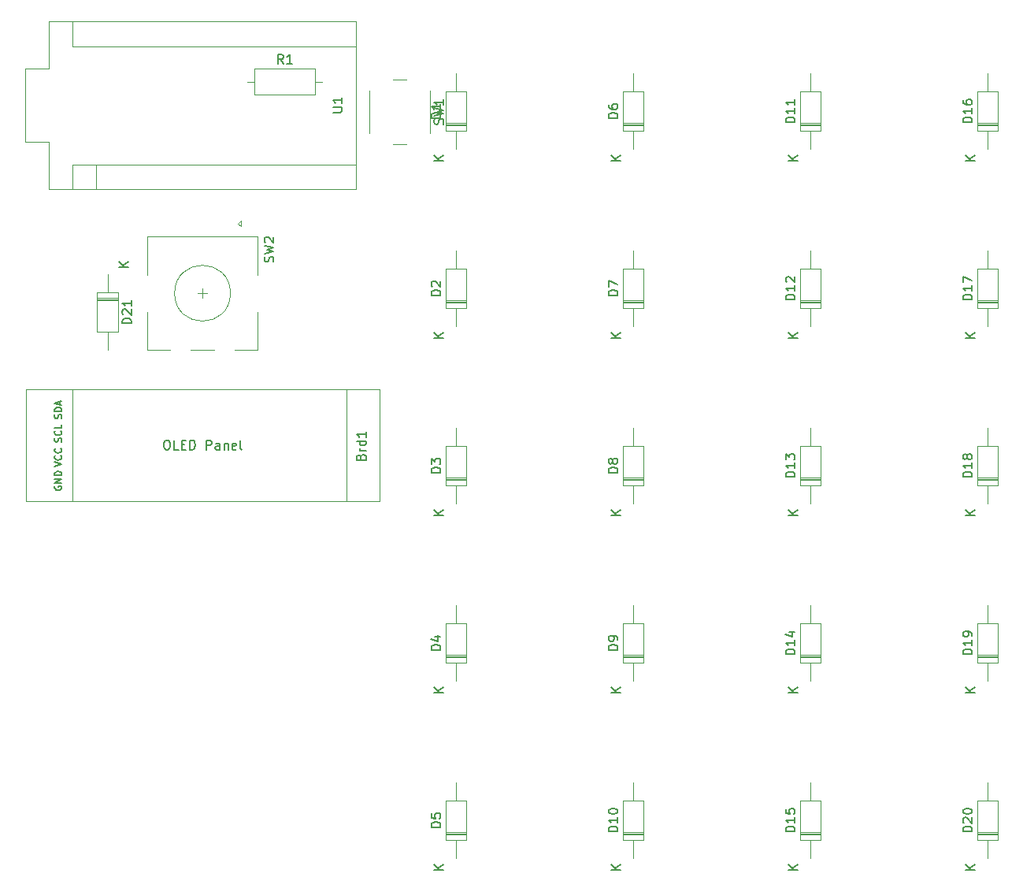
<source format=gto>
G04 #@! TF.GenerationSoftware,KiCad,Pcbnew,(5.1.10)-1*
G04 #@! TF.CreationDate,2021-09-14T19:33:10+02:00*
G04 #@! TF.ProjectId,SheepyPad,53686565-7079-4506-9164-2e6b69636164,rev?*
G04 #@! TF.SameCoordinates,Original*
G04 #@! TF.FileFunction,Legend,Top*
G04 #@! TF.FilePolarity,Positive*
%FSLAX46Y46*%
G04 Gerber Fmt 4.6, Leading zero omitted, Abs format (unit mm)*
G04 Created by KiCad (PCBNEW (5.1.10)-1) date 2021-09-14 19:33:10*
%MOMM*%
%LPD*%
G01*
G04 APERTURE LIST*
%ADD10C,0.120000*%
%ADD11C,0.040000*%
%ADD12C,0.150000*%
%ADD13O,1.600000X1.600000*%
%ADD14R,1.600000X1.600000*%
%ADD15O,1.700000X1.700000*%
%ADD16R,1.700000X1.700000*%
%ADD17C,2.000000*%
%ADD18C,1.600000*%
%ADD19C,3.987800*%
%ADD20C,1.750000*%
%ADD21R,2.000000X2.000000*%
%ADD22R,2.000000X3.200000*%
G04 APERTURE END LIST*
D10*
X60325000Y-50673000D02*
X60325000Y-58547000D01*
X60325000Y-58547000D02*
X62865000Y-58547000D01*
X62865000Y-58547000D02*
X62865000Y-63627000D01*
X60325000Y-50673000D02*
X62865000Y-50673000D01*
X95885000Y-63627000D02*
X95885000Y-48260000D01*
X62865000Y-63627000D02*
X95885000Y-63630000D01*
X62865000Y-45593000D02*
X62865000Y-50673000D01*
X65405000Y-48260000D02*
X65405000Y-45590000D01*
X93345000Y-48260000D02*
X65405000Y-48260000D01*
X65405000Y-60960000D02*
X65405000Y-63630000D01*
X67945000Y-60960000D02*
X67945000Y-63630000D01*
X95885000Y-60960000D02*
X65405000Y-60960000D01*
X95885000Y-60960000D02*
X95885000Y-63630000D01*
X95885000Y-45593000D02*
X62865000Y-45593000D01*
X95885000Y-48260000D02*
X95885000Y-45593000D01*
X93345000Y-48260000D02*
X95885000Y-48260000D01*
D11*
X60425000Y-85155000D02*
X60425000Y-97155000D01*
X98425000Y-85155000D02*
X60425000Y-85155000D01*
X98425000Y-97155000D02*
X98425000Y-85155000D01*
X60425000Y-97155000D02*
X98425000Y-97155000D01*
X65425000Y-97155000D02*
X65425000Y-85155000D01*
X94925000Y-97155000D02*
X94925000Y-85155000D01*
D10*
X99870000Y-58820000D02*
X101370000Y-58820000D01*
X103870000Y-57570000D02*
X103870000Y-53070000D01*
X101370000Y-51820000D02*
X99870000Y-51820000D01*
X97370000Y-53070000D02*
X97370000Y-57570000D01*
X92305000Y-52070000D02*
X91535000Y-52070000D01*
X84225000Y-52070000D02*
X84995000Y-52070000D01*
X91535000Y-50700000D02*
X84995000Y-50700000D01*
X91535000Y-53440000D02*
X91535000Y-50700000D01*
X84995000Y-53440000D02*
X91535000Y-53440000D01*
X84995000Y-50700000D02*
X84995000Y-53440000D01*
X70335000Y-75315000D02*
X68095000Y-75315000D01*
X70335000Y-75555000D02*
X68095000Y-75555000D01*
X70335000Y-75435000D02*
X68095000Y-75435000D01*
X69215000Y-80875000D02*
X69215000Y-78955000D01*
X69215000Y-72795000D02*
X69215000Y-74715000D01*
X70335000Y-78955000D02*
X70335000Y-74715000D01*
X68095000Y-78955000D02*
X70335000Y-78955000D01*
X68095000Y-74715000D02*
X68095000Y-78955000D01*
X70335000Y-74715000D02*
X68095000Y-74715000D01*
X143660000Y-75815000D02*
X145900000Y-75815000D01*
X143660000Y-75575000D02*
X145900000Y-75575000D01*
X143660000Y-75695000D02*
X145900000Y-75695000D01*
X144780000Y-70255000D02*
X144780000Y-72175000D01*
X144780000Y-78335000D02*
X144780000Y-76415000D01*
X143660000Y-72175000D02*
X143660000Y-76415000D01*
X145900000Y-72175000D02*
X143660000Y-72175000D01*
X145900000Y-76415000D02*
X145900000Y-72175000D01*
X143660000Y-76415000D02*
X145900000Y-76415000D01*
X82415000Y-74810000D02*
G75*
G03*
X82415000Y-74810000I-3000000J0D01*
G01*
X85315000Y-76810000D02*
X85315000Y-80910000D01*
X73515000Y-80910000D02*
X73515000Y-76810000D01*
X73515000Y-72810000D02*
X73515000Y-68710000D01*
X85315000Y-72810000D02*
X85315000Y-68710000D01*
X85315000Y-68710000D02*
X73515000Y-68710000D01*
X83215000Y-67310000D02*
X83515000Y-67010000D01*
X83515000Y-67010000D02*
X83515000Y-67610000D01*
X83515000Y-67610000D02*
X83215000Y-67310000D01*
X85315000Y-80910000D02*
X82915000Y-80910000D01*
X80715000Y-80910000D02*
X78115000Y-80910000D01*
X75915000Y-80910000D02*
X73515000Y-80910000D01*
X79915000Y-74810000D02*
X78915000Y-74810000D01*
X79415000Y-74310000D02*
X79415000Y-75310000D01*
X162710000Y-132965000D02*
X164950000Y-132965000D01*
X162710000Y-132725000D02*
X164950000Y-132725000D01*
X162710000Y-132845000D02*
X164950000Y-132845000D01*
X163830000Y-127405000D02*
X163830000Y-129325000D01*
X163830000Y-135485000D02*
X163830000Y-133565000D01*
X162710000Y-129325000D02*
X162710000Y-133565000D01*
X164950000Y-129325000D02*
X162710000Y-129325000D01*
X164950000Y-133565000D02*
X164950000Y-129325000D01*
X162710000Y-133565000D02*
X164950000Y-133565000D01*
X162710000Y-113915000D02*
X164950000Y-113915000D01*
X162710000Y-113675000D02*
X164950000Y-113675000D01*
X162710000Y-113795000D02*
X164950000Y-113795000D01*
X163830000Y-108355000D02*
X163830000Y-110275000D01*
X163830000Y-116435000D02*
X163830000Y-114515000D01*
X162710000Y-110275000D02*
X162710000Y-114515000D01*
X164950000Y-110275000D02*
X162710000Y-110275000D01*
X164950000Y-114515000D02*
X164950000Y-110275000D01*
X162710000Y-114515000D02*
X164950000Y-114515000D01*
X162710000Y-94865000D02*
X164950000Y-94865000D01*
X162710000Y-94625000D02*
X164950000Y-94625000D01*
X162710000Y-94745000D02*
X164950000Y-94745000D01*
X163830000Y-89305000D02*
X163830000Y-91225000D01*
X163830000Y-97385000D02*
X163830000Y-95465000D01*
X162710000Y-91225000D02*
X162710000Y-95465000D01*
X164950000Y-91225000D02*
X162710000Y-91225000D01*
X164950000Y-95465000D02*
X164950000Y-91225000D01*
X162710000Y-95465000D02*
X164950000Y-95465000D01*
X162710000Y-75815000D02*
X164950000Y-75815000D01*
X162710000Y-75575000D02*
X164950000Y-75575000D01*
X162710000Y-75695000D02*
X164950000Y-75695000D01*
X163830000Y-70255000D02*
X163830000Y-72175000D01*
X163830000Y-78335000D02*
X163830000Y-76415000D01*
X162710000Y-72175000D02*
X162710000Y-76415000D01*
X164950000Y-72175000D02*
X162710000Y-72175000D01*
X164950000Y-76415000D02*
X164950000Y-72175000D01*
X162710000Y-76415000D02*
X164950000Y-76415000D01*
X162710000Y-56765000D02*
X164950000Y-56765000D01*
X162710000Y-56525000D02*
X164950000Y-56525000D01*
X162710000Y-56645000D02*
X164950000Y-56645000D01*
X163830000Y-51205000D02*
X163830000Y-53125000D01*
X163830000Y-59285000D02*
X163830000Y-57365000D01*
X162710000Y-53125000D02*
X162710000Y-57365000D01*
X164950000Y-53125000D02*
X162710000Y-53125000D01*
X164950000Y-57365000D02*
X164950000Y-53125000D01*
X162710000Y-57365000D02*
X164950000Y-57365000D01*
X143660000Y-132965000D02*
X145900000Y-132965000D01*
X143660000Y-132725000D02*
X145900000Y-132725000D01*
X143660000Y-132845000D02*
X145900000Y-132845000D01*
X144780000Y-127405000D02*
X144780000Y-129325000D01*
X144780000Y-135485000D02*
X144780000Y-133565000D01*
X143660000Y-129325000D02*
X143660000Y-133565000D01*
X145900000Y-129325000D02*
X143660000Y-129325000D01*
X145900000Y-133565000D02*
X145900000Y-129325000D01*
X143660000Y-133565000D02*
X145900000Y-133565000D01*
X143660000Y-113915000D02*
X145900000Y-113915000D01*
X143660000Y-113675000D02*
X145900000Y-113675000D01*
X143660000Y-113795000D02*
X145900000Y-113795000D01*
X144780000Y-108355000D02*
X144780000Y-110275000D01*
X144780000Y-116435000D02*
X144780000Y-114515000D01*
X143660000Y-110275000D02*
X143660000Y-114515000D01*
X145900000Y-110275000D02*
X143660000Y-110275000D01*
X145900000Y-114515000D02*
X145900000Y-110275000D01*
X143660000Y-114515000D02*
X145900000Y-114515000D01*
X143660000Y-94865000D02*
X145900000Y-94865000D01*
X143660000Y-94625000D02*
X145900000Y-94625000D01*
X143660000Y-94745000D02*
X145900000Y-94745000D01*
X144780000Y-89305000D02*
X144780000Y-91225000D01*
X144780000Y-97385000D02*
X144780000Y-95465000D01*
X143660000Y-91225000D02*
X143660000Y-95465000D01*
X145900000Y-91225000D02*
X143660000Y-91225000D01*
X145900000Y-95465000D02*
X145900000Y-91225000D01*
X143660000Y-95465000D02*
X145900000Y-95465000D01*
X143660000Y-56765000D02*
X145900000Y-56765000D01*
X143660000Y-56525000D02*
X145900000Y-56525000D01*
X143660000Y-56645000D02*
X145900000Y-56645000D01*
X144780000Y-51205000D02*
X144780000Y-53125000D01*
X144780000Y-59285000D02*
X144780000Y-57365000D01*
X143660000Y-53125000D02*
X143660000Y-57365000D01*
X145900000Y-53125000D02*
X143660000Y-53125000D01*
X145900000Y-57365000D02*
X145900000Y-53125000D01*
X143660000Y-57365000D02*
X145900000Y-57365000D01*
X124610000Y-132965000D02*
X126850000Y-132965000D01*
X124610000Y-132725000D02*
X126850000Y-132725000D01*
X124610000Y-132845000D02*
X126850000Y-132845000D01*
X125730000Y-127405000D02*
X125730000Y-129325000D01*
X125730000Y-135485000D02*
X125730000Y-133565000D01*
X124610000Y-129325000D02*
X124610000Y-133565000D01*
X126850000Y-129325000D02*
X124610000Y-129325000D01*
X126850000Y-133565000D02*
X126850000Y-129325000D01*
X124610000Y-133565000D02*
X126850000Y-133565000D01*
X124610000Y-113915000D02*
X126850000Y-113915000D01*
X124610000Y-113675000D02*
X126850000Y-113675000D01*
X124610000Y-113795000D02*
X126850000Y-113795000D01*
X125730000Y-108355000D02*
X125730000Y-110275000D01*
X125730000Y-116435000D02*
X125730000Y-114515000D01*
X124610000Y-110275000D02*
X124610000Y-114515000D01*
X126850000Y-110275000D02*
X124610000Y-110275000D01*
X126850000Y-114515000D02*
X126850000Y-110275000D01*
X124610000Y-114515000D02*
X126850000Y-114515000D01*
X124610000Y-94865000D02*
X126850000Y-94865000D01*
X124610000Y-94625000D02*
X126850000Y-94625000D01*
X124610000Y-94745000D02*
X126850000Y-94745000D01*
X125730000Y-89305000D02*
X125730000Y-91225000D01*
X125730000Y-97385000D02*
X125730000Y-95465000D01*
X124610000Y-91225000D02*
X124610000Y-95465000D01*
X126850000Y-91225000D02*
X124610000Y-91225000D01*
X126850000Y-95465000D02*
X126850000Y-91225000D01*
X124610000Y-95465000D02*
X126850000Y-95465000D01*
X124610000Y-75815000D02*
X126850000Y-75815000D01*
X124610000Y-75575000D02*
X126850000Y-75575000D01*
X124610000Y-75695000D02*
X126850000Y-75695000D01*
X125730000Y-70255000D02*
X125730000Y-72175000D01*
X125730000Y-78335000D02*
X125730000Y-76415000D01*
X124610000Y-72175000D02*
X124610000Y-76415000D01*
X126850000Y-72175000D02*
X124610000Y-72175000D01*
X126850000Y-76415000D02*
X126850000Y-72175000D01*
X124610000Y-76415000D02*
X126850000Y-76415000D01*
X124610000Y-56765000D02*
X126850000Y-56765000D01*
X124610000Y-56525000D02*
X126850000Y-56525000D01*
X124610000Y-56645000D02*
X126850000Y-56645000D01*
X125730000Y-51205000D02*
X125730000Y-53125000D01*
X125730000Y-59285000D02*
X125730000Y-57365000D01*
X124610000Y-53125000D02*
X124610000Y-57365000D01*
X126850000Y-53125000D02*
X124610000Y-53125000D01*
X126850000Y-57365000D02*
X126850000Y-53125000D01*
X124610000Y-57365000D02*
X126850000Y-57365000D01*
X105560000Y-132965000D02*
X107800000Y-132965000D01*
X105560000Y-132725000D02*
X107800000Y-132725000D01*
X105560000Y-132845000D02*
X107800000Y-132845000D01*
X106680000Y-127405000D02*
X106680000Y-129325000D01*
X106680000Y-135485000D02*
X106680000Y-133565000D01*
X105560000Y-129325000D02*
X105560000Y-133565000D01*
X107800000Y-129325000D02*
X105560000Y-129325000D01*
X107800000Y-133565000D02*
X107800000Y-129325000D01*
X105560000Y-133565000D02*
X107800000Y-133565000D01*
X105560000Y-113915000D02*
X107800000Y-113915000D01*
X105560000Y-113675000D02*
X107800000Y-113675000D01*
X105560000Y-113795000D02*
X107800000Y-113795000D01*
X106680000Y-108355000D02*
X106680000Y-110275000D01*
X106680000Y-116435000D02*
X106680000Y-114515000D01*
X105560000Y-110275000D02*
X105560000Y-114515000D01*
X107800000Y-110275000D02*
X105560000Y-110275000D01*
X107800000Y-114515000D02*
X107800000Y-110275000D01*
X105560000Y-114515000D02*
X107800000Y-114515000D01*
X105560000Y-94865000D02*
X107800000Y-94865000D01*
X105560000Y-94625000D02*
X107800000Y-94625000D01*
X105560000Y-94745000D02*
X107800000Y-94745000D01*
X106680000Y-89305000D02*
X106680000Y-91225000D01*
X106680000Y-97385000D02*
X106680000Y-95465000D01*
X105560000Y-91225000D02*
X105560000Y-95465000D01*
X107800000Y-91225000D02*
X105560000Y-91225000D01*
X107800000Y-95465000D02*
X107800000Y-91225000D01*
X105560000Y-95465000D02*
X107800000Y-95465000D01*
X105560000Y-75815000D02*
X107800000Y-75815000D01*
X105560000Y-75575000D02*
X107800000Y-75575000D01*
X105560000Y-75695000D02*
X107800000Y-75695000D01*
X106680000Y-70255000D02*
X106680000Y-72175000D01*
X106680000Y-78335000D02*
X106680000Y-76415000D01*
X105560000Y-72175000D02*
X105560000Y-76415000D01*
X107800000Y-72175000D02*
X105560000Y-72175000D01*
X107800000Y-76415000D02*
X107800000Y-72175000D01*
X105560000Y-76415000D02*
X107800000Y-76415000D01*
X105560000Y-56765000D02*
X107800000Y-56765000D01*
X105560000Y-56525000D02*
X107800000Y-56525000D01*
X105560000Y-56645000D02*
X107800000Y-56645000D01*
X106680000Y-51205000D02*
X106680000Y-53125000D01*
X106680000Y-59285000D02*
X106680000Y-57365000D01*
X105560000Y-53125000D02*
X105560000Y-57365000D01*
X107800000Y-53125000D02*
X105560000Y-53125000D01*
X107800000Y-57365000D02*
X107800000Y-53125000D01*
X105560000Y-57365000D02*
X107800000Y-57365000D01*
D12*
X93432380Y-55371904D02*
X94241904Y-55371904D01*
X94337142Y-55324285D01*
X94384761Y-55276666D01*
X94432380Y-55181428D01*
X94432380Y-54990952D01*
X94384761Y-54895714D01*
X94337142Y-54848095D01*
X94241904Y-54800476D01*
X93432380Y-54800476D01*
X94432380Y-53800476D02*
X94432380Y-54371904D01*
X94432380Y-54086190D02*
X93432380Y-54086190D01*
X93575238Y-54181428D01*
X93670476Y-54276666D01*
X93718095Y-54371904D01*
X96453571Y-92411666D02*
X96501190Y-92268809D01*
X96548809Y-92221190D01*
X96644047Y-92173571D01*
X96786904Y-92173571D01*
X96882142Y-92221190D01*
X96929761Y-92268809D01*
X96977380Y-92364047D01*
X96977380Y-92745000D01*
X95977380Y-92745000D01*
X95977380Y-92411666D01*
X96025000Y-92316428D01*
X96072619Y-92268809D01*
X96167857Y-92221190D01*
X96263095Y-92221190D01*
X96358333Y-92268809D01*
X96405952Y-92316428D01*
X96453571Y-92411666D01*
X96453571Y-92745000D01*
X96977380Y-91745000D02*
X96310714Y-91745000D01*
X96501190Y-91745000D02*
X96405952Y-91697380D01*
X96358333Y-91649761D01*
X96310714Y-91554523D01*
X96310714Y-91459285D01*
X96977380Y-90697380D02*
X95977380Y-90697380D01*
X96929761Y-90697380D02*
X96977380Y-90792619D01*
X96977380Y-90983095D01*
X96929761Y-91078333D01*
X96882142Y-91125952D01*
X96786904Y-91173571D01*
X96501190Y-91173571D01*
X96405952Y-91125952D01*
X96358333Y-91078333D01*
X96310714Y-90983095D01*
X96310714Y-90792619D01*
X96358333Y-90697380D01*
X96977380Y-89697380D02*
X96977380Y-90268809D01*
X96977380Y-89983095D02*
X95977380Y-89983095D01*
X96120238Y-90078333D01*
X96215476Y-90173571D01*
X96263095Y-90268809D01*
X64228571Y-88255714D02*
X64264285Y-88148571D01*
X64264285Y-87970000D01*
X64228571Y-87898571D01*
X64192857Y-87862857D01*
X64121428Y-87827142D01*
X64050000Y-87827142D01*
X63978571Y-87862857D01*
X63942857Y-87898571D01*
X63907142Y-87970000D01*
X63871428Y-88112857D01*
X63835714Y-88184285D01*
X63800000Y-88220000D01*
X63728571Y-88255714D01*
X63657142Y-88255714D01*
X63585714Y-88220000D01*
X63550000Y-88184285D01*
X63514285Y-88112857D01*
X63514285Y-87934285D01*
X63550000Y-87827142D01*
X64264285Y-87505714D02*
X63514285Y-87505714D01*
X63514285Y-87327142D01*
X63550000Y-87220000D01*
X63621428Y-87148571D01*
X63692857Y-87112857D01*
X63835714Y-87077142D01*
X63942857Y-87077142D01*
X64085714Y-87112857D01*
X64157142Y-87148571D01*
X64228571Y-87220000D01*
X64264285Y-87327142D01*
X64264285Y-87505714D01*
X64050000Y-86791428D02*
X64050000Y-86434285D01*
X64264285Y-86862857D02*
X63514285Y-86612857D01*
X64264285Y-86362857D01*
X64228571Y-90777857D02*
X64264285Y-90670714D01*
X64264285Y-90492142D01*
X64228571Y-90420714D01*
X64192857Y-90385000D01*
X64121428Y-90349285D01*
X64050000Y-90349285D01*
X63978571Y-90385000D01*
X63942857Y-90420714D01*
X63907142Y-90492142D01*
X63871428Y-90635000D01*
X63835714Y-90706428D01*
X63800000Y-90742142D01*
X63728571Y-90777857D01*
X63657142Y-90777857D01*
X63585714Y-90742142D01*
X63550000Y-90706428D01*
X63514285Y-90635000D01*
X63514285Y-90456428D01*
X63550000Y-90349285D01*
X64192857Y-89599285D02*
X64228571Y-89635000D01*
X64264285Y-89742142D01*
X64264285Y-89813571D01*
X64228571Y-89920714D01*
X64157142Y-89992142D01*
X64085714Y-90027857D01*
X63942857Y-90063571D01*
X63835714Y-90063571D01*
X63692857Y-90027857D01*
X63621428Y-89992142D01*
X63550000Y-89920714D01*
X63514285Y-89813571D01*
X63514285Y-89742142D01*
X63550000Y-89635000D01*
X63585714Y-89599285D01*
X64264285Y-88920714D02*
X64264285Y-89277857D01*
X63514285Y-89277857D01*
X63514285Y-93425000D02*
X64264285Y-93175000D01*
X63514285Y-92925000D01*
X64192857Y-92246428D02*
X64228571Y-92282142D01*
X64264285Y-92389285D01*
X64264285Y-92460714D01*
X64228571Y-92567857D01*
X64157142Y-92639285D01*
X64085714Y-92675000D01*
X63942857Y-92710714D01*
X63835714Y-92710714D01*
X63692857Y-92675000D01*
X63621428Y-92639285D01*
X63550000Y-92567857D01*
X63514285Y-92460714D01*
X63514285Y-92389285D01*
X63550000Y-92282142D01*
X63585714Y-92246428D01*
X64192857Y-91496428D02*
X64228571Y-91532142D01*
X64264285Y-91639285D01*
X64264285Y-91710714D01*
X64228571Y-91817857D01*
X64157142Y-91889285D01*
X64085714Y-91925000D01*
X63942857Y-91960714D01*
X63835714Y-91960714D01*
X63692857Y-91925000D01*
X63621428Y-91889285D01*
X63550000Y-91817857D01*
X63514285Y-91710714D01*
X63514285Y-91639285D01*
X63550000Y-91532142D01*
X63585714Y-91496428D01*
X63550000Y-95536428D02*
X63514285Y-95607857D01*
X63514285Y-95715000D01*
X63550000Y-95822142D01*
X63621428Y-95893571D01*
X63692857Y-95929285D01*
X63835714Y-95965000D01*
X63942857Y-95965000D01*
X64085714Y-95929285D01*
X64157142Y-95893571D01*
X64228571Y-95822142D01*
X64264285Y-95715000D01*
X64264285Y-95643571D01*
X64228571Y-95536428D01*
X64192857Y-95500714D01*
X63942857Y-95500714D01*
X63942857Y-95643571D01*
X64264285Y-95179285D02*
X63514285Y-95179285D01*
X64264285Y-94750714D01*
X63514285Y-94750714D01*
X64264285Y-94393571D02*
X63514285Y-94393571D01*
X63514285Y-94215000D01*
X63550000Y-94107857D01*
X63621428Y-94036428D01*
X63692857Y-94000714D01*
X63835714Y-93965000D01*
X63942857Y-93965000D01*
X64085714Y-94000714D01*
X64157142Y-94036428D01*
X64228571Y-94107857D01*
X64264285Y-94215000D01*
X64264285Y-94393571D01*
X75496428Y-90607380D02*
X75686904Y-90607380D01*
X75782142Y-90655000D01*
X75877380Y-90750238D01*
X75925000Y-90940714D01*
X75925000Y-91274047D01*
X75877380Y-91464523D01*
X75782142Y-91559761D01*
X75686904Y-91607380D01*
X75496428Y-91607380D01*
X75401190Y-91559761D01*
X75305952Y-91464523D01*
X75258333Y-91274047D01*
X75258333Y-90940714D01*
X75305952Y-90750238D01*
X75401190Y-90655000D01*
X75496428Y-90607380D01*
X76829761Y-91607380D02*
X76353571Y-91607380D01*
X76353571Y-90607380D01*
X77163095Y-91083571D02*
X77496428Y-91083571D01*
X77639285Y-91607380D02*
X77163095Y-91607380D01*
X77163095Y-90607380D01*
X77639285Y-90607380D01*
X78067857Y-91607380D02*
X78067857Y-90607380D01*
X78305952Y-90607380D01*
X78448809Y-90655000D01*
X78544047Y-90750238D01*
X78591666Y-90845476D01*
X78639285Y-91035952D01*
X78639285Y-91178809D01*
X78591666Y-91369285D01*
X78544047Y-91464523D01*
X78448809Y-91559761D01*
X78305952Y-91607380D01*
X78067857Y-91607380D01*
X79829761Y-91607380D02*
X79829761Y-90607380D01*
X80210714Y-90607380D01*
X80305952Y-90655000D01*
X80353571Y-90702619D01*
X80401190Y-90797857D01*
X80401190Y-90940714D01*
X80353571Y-91035952D01*
X80305952Y-91083571D01*
X80210714Y-91131190D01*
X79829761Y-91131190D01*
X81258333Y-91607380D02*
X81258333Y-91083571D01*
X81210714Y-90988333D01*
X81115476Y-90940714D01*
X80925000Y-90940714D01*
X80829761Y-90988333D01*
X81258333Y-91559761D02*
X81163095Y-91607380D01*
X80925000Y-91607380D01*
X80829761Y-91559761D01*
X80782142Y-91464523D01*
X80782142Y-91369285D01*
X80829761Y-91274047D01*
X80925000Y-91226428D01*
X81163095Y-91226428D01*
X81258333Y-91178809D01*
X81734523Y-90940714D02*
X81734523Y-91607380D01*
X81734523Y-91035952D02*
X81782142Y-90988333D01*
X81877380Y-90940714D01*
X82020238Y-90940714D01*
X82115476Y-90988333D01*
X82163095Y-91083571D01*
X82163095Y-91607380D01*
X83020238Y-91559761D02*
X82925000Y-91607380D01*
X82734523Y-91607380D01*
X82639285Y-91559761D01*
X82591666Y-91464523D01*
X82591666Y-91083571D01*
X82639285Y-90988333D01*
X82734523Y-90940714D01*
X82925000Y-90940714D01*
X83020238Y-90988333D01*
X83067857Y-91083571D01*
X83067857Y-91178809D01*
X82591666Y-91274047D01*
X83639285Y-91607380D02*
X83544047Y-91559761D01*
X83496428Y-91464523D01*
X83496428Y-90607380D01*
X105274761Y-56653333D02*
X105322380Y-56510476D01*
X105322380Y-56272380D01*
X105274761Y-56177142D01*
X105227142Y-56129523D01*
X105131904Y-56081904D01*
X105036666Y-56081904D01*
X104941428Y-56129523D01*
X104893809Y-56177142D01*
X104846190Y-56272380D01*
X104798571Y-56462857D01*
X104750952Y-56558095D01*
X104703333Y-56605714D01*
X104608095Y-56653333D01*
X104512857Y-56653333D01*
X104417619Y-56605714D01*
X104370000Y-56558095D01*
X104322380Y-56462857D01*
X104322380Y-56224761D01*
X104370000Y-56081904D01*
X104322380Y-55748571D02*
X105322380Y-55510476D01*
X104608095Y-55320000D01*
X105322380Y-55129523D01*
X104322380Y-54891428D01*
X105322380Y-53986666D02*
X105322380Y-54558095D01*
X105322380Y-54272380D02*
X104322380Y-54272380D01*
X104465238Y-54367619D01*
X104560476Y-54462857D01*
X104608095Y-54558095D01*
X88098333Y-50152380D02*
X87765000Y-49676190D01*
X87526904Y-50152380D02*
X87526904Y-49152380D01*
X87907857Y-49152380D01*
X88003095Y-49200000D01*
X88050714Y-49247619D01*
X88098333Y-49342857D01*
X88098333Y-49485714D01*
X88050714Y-49580952D01*
X88003095Y-49628571D01*
X87907857Y-49676190D01*
X87526904Y-49676190D01*
X89050714Y-50152380D02*
X88479285Y-50152380D01*
X88765000Y-50152380D02*
X88765000Y-49152380D01*
X88669761Y-49295238D01*
X88574523Y-49390476D01*
X88479285Y-49438095D01*
X71787380Y-78049285D02*
X70787380Y-78049285D01*
X70787380Y-77811190D01*
X70835000Y-77668333D01*
X70930238Y-77573095D01*
X71025476Y-77525476D01*
X71215952Y-77477857D01*
X71358809Y-77477857D01*
X71549285Y-77525476D01*
X71644523Y-77573095D01*
X71739761Y-77668333D01*
X71787380Y-77811190D01*
X71787380Y-78049285D01*
X70882619Y-77096904D02*
X70835000Y-77049285D01*
X70787380Y-76954047D01*
X70787380Y-76715952D01*
X70835000Y-76620714D01*
X70882619Y-76573095D01*
X70977857Y-76525476D01*
X71073095Y-76525476D01*
X71215952Y-76573095D01*
X71787380Y-77144523D01*
X71787380Y-76525476D01*
X71787380Y-75573095D02*
X71787380Y-76144523D01*
X71787380Y-75858809D02*
X70787380Y-75858809D01*
X70930238Y-75954047D01*
X71025476Y-76049285D01*
X71073095Y-76144523D01*
X71467380Y-72016904D02*
X70467380Y-72016904D01*
X71467380Y-71445476D02*
X70895952Y-71874047D01*
X70467380Y-71445476D02*
X71038809Y-72016904D01*
X143112380Y-75509285D02*
X142112380Y-75509285D01*
X142112380Y-75271190D01*
X142160000Y-75128333D01*
X142255238Y-75033095D01*
X142350476Y-74985476D01*
X142540952Y-74937857D01*
X142683809Y-74937857D01*
X142874285Y-74985476D01*
X142969523Y-75033095D01*
X143064761Y-75128333D01*
X143112380Y-75271190D01*
X143112380Y-75509285D01*
X143112380Y-73985476D02*
X143112380Y-74556904D01*
X143112380Y-74271190D02*
X142112380Y-74271190D01*
X142255238Y-74366428D01*
X142350476Y-74461666D01*
X142398095Y-74556904D01*
X142207619Y-73604523D02*
X142160000Y-73556904D01*
X142112380Y-73461666D01*
X142112380Y-73223571D01*
X142160000Y-73128333D01*
X142207619Y-73080714D01*
X142302857Y-73033095D01*
X142398095Y-73033095D01*
X142540952Y-73080714D01*
X143112380Y-73652142D01*
X143112380Y-73033095D01*
X143432380Y-79636904D02*
X142432380Y-79636904D01*
X143432380Y-79065476D02*
X142860952Y-79494047D01*
X142432380Y-79065476D02*
X143003809Y-79636904D01*
X87019761Y-71443333D02*
X87067380Y-71300476D01*
X87067380Y-71062380D01*
X87019761Y-70967142D01*
X86972142Y-70919523D01*
X86876904Y-70871904D01*
X86781666Y-70871904D01*
X86686428Y-70919523D01*
X86638809Y-70967142D01*
X86591190Y-71062380D01*
X86543571Y-71252857D01*
X86495952Y-71348095D01*
X86448333Y-71395714D01*
X86353095Y-71443333D01*
X86257857Y-71443333D01*
X86162619Y-71395714D01*
X86115000Y-71348095D01*
X86067380Y-71252857D01*
X86067380Y-71014761D01*
X86115000Y-70871904D01*
X86067380Y-70538571D02*
X87067380Y-70300476D01*
X86353095Y-70110000D01*
X87067380Y-69919523D01*
X86067380Y-69681428D01*
X86162619Y-69348095D02*
X86115000Y-69300476D01*
X86067380Y-69205238D01*
X86067380Y-68967142D01*
X86115000Y-68871904D01*
X86162619Y-68824285D01*
X86257857Y-68776666D01*
X86353095Y-68776666D01*
X86495952Y-68824285D01*
X87067380Y-69395714D01*
X87067380Y-68776666D01*
X162162380Y-132659285D02*
X161162380Y-132659285D01*
X161162380Y-132421190D01*
X161210000Y-132278333D01*
X161305238Y-132183095D01*
X161400476Y-132135476D01*
X161590952Y-132087857D01*
X161733809Y-132087857D01*
X161924285Y-132135476D01*
X162019523Y-132183095D01*
X162114761Y-132278333D01*
X162162380Y-132421190D01*
X162162380Y-132659285D01*
X161257619Y-131706904D02*
X161210000Y-131659285D01*
X161162380Y-131564047D01*
X161162380Y-131325952D01*
X161210000Y-131230714D01*
X161257619Y-131183095D01*
X161352857Y-131135476D01*
X161448095Y-131135476D01*
X161590952Y-131183095D01*
X162162380Y-131754523D01*
X162162380Y-131135476D01*
X161162380Y-130516428D02*
X161162380Y-130421190D01*
X161210000Y-130325952D01*
X161257619Y-130278333D01*
X161352857Y-130230714D01*
X161543333Y-130183095D01*
X161781428Y-130183095D01*
X161971904Y-130230714D01*
X162067142Y-130278333D01*
X162114761Y-130325952D01*
X162162380Y-130421190D01*
X162162380Y-130516428D01*
X162114761Y-130611666D01*
X162067142Y-130659285D01*
X161971904Y-130706904D01*
X161781428Y-130754523D01*
X161543333Y-130754523D01*
X161352857Y-130706904D01*
X161257619Y-130659285D01*
X161210000Y-130611666D01*
X161162380Y-130516428D01*
X162482380Y-136786904D02*
X161482380Y-136786904D01*
X162482380Y-136215476D02*
X161910952Y-136644047D01*
X161482380Y-136215476D02*
X162053809Y-136786904D01*
X162162380Y-113609285D02*
X161162380Y-113609285D01*
X161162380Y-113371190D01*
X161210000Y-113228333D01*
X161305238Y-113133095D01*
X161400476Y-113085476D01*
X161590952Y-113037857D01*
X161733809Y-113037857D01*
X161924285Y-113085476D01*
X162019523Y-113133095D01*
X162114761Y-113228333D01*
X162162380Y-113371190D01*
X162162380Y-113609285D01*
X162162380Y-112085476D02*
X162162380Y-112656904D01*
X162162380Y-112371190D02*
X161162380Y-112371190D01*
X161305238Y-112466428D01*
X161400476Y-112561666D01*
X161448095Y-112656904D01*
X162162380Y-111609285D02*
X162162380Y-111418809D01*
X162114761Y-111323571D01*
X162067142Y-111275952D01*
X161924285Y-111180714D01*
X161733809Y-111133095D01*
X161352857Y-111133095D01*
X161257619Y-111180714D01*
X161210000Y-111228333D01*
X161162380Y-111323571D01*
X161162380Y-111514047D01*
X161210000Y-111609285D01*
X161257619Y-111656904D01*
X161352857Y-111704523D01*
X161590952Y-111704523D01*
X161686190Y-111656904D01*
X161733809Y-111609285D01*
X161781428Y-111514047D01*
X161781428Y-111323571D01*
X161733809Y-111228333D01*
X161686190Y-111180714D01*
X161590952Y-111133095D01*
X162482380Y-117736904D02*
X161482380Y-117736904D01*
X162482380Y-117165476D02*
X161910952Y-117594047D01*
X161482380Y-117165476D02*
X162053809Y-117736904D01*
X162162380Y-94559285D02*
X161162380Y-94559285D01*
X161162380Y-94321190D01*
X161210000Y-94178333D01*
X161305238Y-94083095D01*
X161400476Y-94035476D01*
X161590952Y-93987857D01*
X161733809Y-93987857D01*
X161924285Y-94035476D01*
X162019523Y-94083095D01*
X162114761Y-94178333D01*
X162162380Y-94321190D01*
X162162380Y-94559285D01*
X162162380Y-93035476D02*
X162162380Y-93606904D01*
X162162380Y-93321190D02*
X161162380Y-93321190D01*
X161305238Y-93416428D01*
X161400476Y-93511666D01*
X161448095Y-93606904D01*
X161590952Y-92464047D02*
X161543333Y-92559285D01*
X161495714Y-92606904D01*
X161400476Y-92654523D01*
X161352857Y-92654523D01*
X161257619Y-92606904D01*
X161210000Y-92559285D01*
X161162380Y-92464047D01*
X161162380Y-92273571D01*
X161210000Y-92178333D01*
X161257619Y-92130714D01*
X161352857Y-92083095D01*
X161400476Y-92083095D01*
X161495714Y-92130714D01*
X161543333Y-92178333D01*
X161590952Y-92273571D01*
X161590952Y-92464047D01*
X161638571Y-92559285D01*
X161686190Y-92606904D01*
X161781428Y-92654523D01*
X161971904Y-92654523D01*
X162067142Y-92606904D01*
X162114761Y-92559285D01*
X162162380Y-92464047D01*
X162162380Y-92273571D01*
X162114761Y-92178333D01*
X162067142Y-92130714D01*
X161971904Y-92083095D01*
X161781428Y-92083095D01*
X161686190Y-92130714D01*
X161638571Y-92178333D01*
X161590952Y-92273571D01*
X162482380Y-98686904D02*
X161482380Y-98686904D01*
X162482380Y-98115476D02*
X161910952Y-98544047D01*
X161482380Y-98115476D02*
X162053809Y-98686904D01*
X162162380Y-75509285D02*
X161162380Y-75509285D01*
X161162380Y-75271190D01*
X161210000Y-75128333D01*
X161305238Y-75033095D01*
X161400476Y-74985476D01*
X161590952Y-74937857D01*
X161733809Y-74937857D01*
X161924285Y-74985476D01*
X162019523Y-75033095D01*
X162114761Y-75128333D01*
X162162380Y-75271190D01*
X162162380Y-75509285D01*
X162162380Y-73985476D02*
X162162380Y-74556904D01*
X162162380Y-74271190D02*
X161162380Y-74271190D01*
X161305238Y-74366428D01*
X161400476Y-74461666D01*
X161448095Y-74556904D01*
X161162380Y-73652142D02*
X161162380Y-72985476D01*
X162162380Y-73414047D01*
X162482380Y-79636904D02*
X161482380Y-79636904D01*
X162482380Y-79065476D02*
X161910952Y-79494047D01*
X161482380Y-79065476D02*
X162053809Y-79636904D01*
X162162380Y-56459285D02*
X161162380Y-56459285D01*
X161162380Y-56221190D01*
X161210000Y-56078333D01*
X161305238Y-55983095D01*
X161400476Y-55935476D01*
X161590952Y-55887857D01*
X161733809Y-55887857D01*
X161924285Y-55935476D01*
X162019523Y-55983095D01*
X162114761Y-56078333D01*
X162162380Y-56221190D01*
X162162380Y-56459285D01*
X162162380Y-54935476D02*
X162162380Y-55506904D01*
X162162380Y-55221190D02*
X161162380Y-55221190D01*
X161305238Y-55316428D01*
X161400476Y-55411666D01*
X161448095Y-55506904D01*
X161162380Y-54078333D02*
X161162380Y-54268809D01*
X161210000Y-54364047D01*
X161257619Y-54411666D01*
X161400476Y-54506904D01*
X161590952Y-54554523D01*
X161971904Y-54554523D01*
X162067142Y-54506904D01*
X162114761Y-54459285D01*
X162162380Y-54364047D01*
X162162380Y-54173571D01*
X162114761Y-54078333D01*
X162067142Y-54030714D01*
X161971904Y-53983095D01*
X161733809Y-53983095D01*
X161638571Y-54030714D01*
X161590952Y-54078333D01*
X161543333Y-54173571D01*
X161543333Y-54364047D01*
X161590952Y-54459285D01*
X161638571Y-54506904D01*
X161733809Y-54554523D01*
X162482380Y-60586904D02*
X161482380Y-60586904D01*
X162482380Y-60015476D02*
X161910952Y-60444047D01*
X161482380Y-60015476D02*
X162053809Y-60586904D01*
X143112380Y-132659285D02*
X142112380Y-132659285D01*
X142112380Y-132421190D01*
X142160000Y-132278333D01*
X142255238Y-132183095D01*
X142350476Y-132135476D01*
X142540952Y-132087857D01*
X142683809Y-132087857D01*
X142874285Y-132135476D01*
X142969523Y-132183095D01*
X143064761Y-132278333D01*
X143112380Y-132421190D01*
X143112380Y-132659285D01*
X143112380Y-131135476D02*
X143112380Y-131706904D01*
X143112380Y-131421190D02*
X142112380Y-131421190D01*
X142255238Y-131516428D01*
X142350476Y-131611666D01*
X142398095Y-131706904D01*
X142112380Y-130230714D02*
X142112380Y-130706904D01*
X142588571Y-130754523D01*
X142540952Y-130706904D01*
X142493333Y-130611666D01*
X142493333Y-130373571D01*
X142540952Y-130278333D01*
X142588571Y-130230714D01*
X142683809Y-130183095D01*
X142921904Y-130183095D01*
X143017142Y-130230714D01*
X143064761Y-130278333D01*
X143112380Y-130373571D01*
X143112380Y-130611666D01*
X143064761Y-130706904D01*
X143017142Y-130754523D01*
X143432380Y-136786904D02*
X142432380Y-136786904D01*
X143432380Y-136215476D02*
X142860952Y-136644047D01*
X142432380Y-136215476D02*
X143003809Y-136786904D01*
X143112380Y-113609285D02*
X142112380Y-113609285D01*
X142112380Y-113371190D01*
X142160000Y-113228333D01*
X142255238Y-113133095D01*
X142350476Y-113085476D01*
X142540952Y-113037857D01*
X142683809Y-113037857D01*
X142874285Y-113085476D01*
X142969523Y-113133095D01*
X143064761Y-113228333D01*
X143112380Y-113371190D01*
X143112380Y-113609285D01*
X143112380Y-112085476D02*
X143112380Y-112656904D01*
X143112380Y-112371190D02*
X142112380Y-112371190D01*
X142255238Y-112466428D01*
X142350476Y-112561666D01*
X142398095Y-112656904D01*
X142445714Y-111228333D02*
X143112380Y-111228333D01*
X142064761Y-111466428D02*
X142779047Y-111704523D01*
X142779047Y-111085476D01*
X143432380Y-117736904D02*
X142432380Y-117736904D01*
X143432380Y-117165476D02*
X142860952Y-117594047D01*
X142432380Y-117165476D02*
X143003809Y-117736904D01*
X143112380Y-94559285D02*
X142112380Y-94559285D01*
X142112380Y-94321190D01*
X142160000Y-94178333D01*
X142255238Y-94083095D01*
X142350476Y-94035476D01*
X142540952Y-93987857D01*
X142683809Y-93987857D01*
X142874285Y-94035476D01*
X142969523Y-94083095D01*
X143064761Y-94178333D01*
X143112380Y-94321190D01*
X143112380Y-94559285D01*
X143112380Y-93035476D02*
X143112380Y-93606904D01*
X143112380Y-93321190D02*
X142112380Y-93321190D01*
X142255238Y-93416428D01*
X142350476Y-93511666D01*
X142398095Y-93606904D01*
X142112380Y-92702142D02*
X142112380Y-92083095D01*
X142493333Y-92416428D01*
X142493333Y-92273571D01*
X142540952Y-92178333D01*
X142588571Y-92130714D01*
X142683809Y-92083095D01*
X142921904Y-92083095D01*
X143017142Y-92130714D01*
X143064761Y-92178333D01*
X143112380Y-92273571D01*
X143112380Y-92559285D01*
X143064761Y-92654523D01*
X143017142Y-92702142D01*
X143432380Y-98686904D02*
X142432380Y-98686904D01*
X143432380Y-98115476D02*
X142860952Y-98544047D01*
X142432380Y-98115476D02*
X143003809Y-98686904D01*
X143112380Y-56459285D02*
X142112380Y-56459285D01*
X142112380Y-56221190D01*
X142160000Y-56078333D01*
X142255238Y-55983095D01*
X142350476Y-55935476D01*
X142540952Y-55887857D01*
X142683809Y-55887857D01*
X142874285Y-55935476D01*
X142969523Y-55983095D01*
X143064761Y-56078333D01*
X143112380Y-56221190D01*
X143112380Y-56459285D01*
X143112380Y-54935476D02*
X143112380Y-55506904D01*
X143112380Y-55221190D02*
X142112380Y-55221190D01*
X142255238Y-55316428D01*
X142350476Y-55411666D01*
X142398095Y-55506904D01*
X143112380Y-53983095D02*
X143112380Y-54554523D01*
X143112380Y-54268809D02*
X142112380Y-54268809D01*
X142255238Y-54364047D01*
X142350476Y-54459285D01*
X142398095Y-54554523D01*
X143432380Y-60586904D02*
X142432380Y-60586904D01*
X143432380Y-60015476D02*
X142860952Y-60444047D01*
X142432380Y-60015476D02*
X143003809Y-60586904D01*
X124062380Y-132659285D02*
X123062380Y-132659285D01*
X123062380Y-132421190D01*
X123110000Y-132278333D01*
X123205238Y-132183095D01*
X123300476Y-132135476D01*
X123490952Y-132087857D01*
X123633809Y-132087857D01*
X123824285Y-132135476D01*
X123919523Y-132183095D01*
X124014761Y-132278333D01*
X124062380Y-132421190D01*
X124062380Y-132659285D01*
X124062380Y-131135476D02*
X124062380Y-131706904D01*
X124062380Y-131421190D02*
X123062380Y-131421190D01*
X123205238Y-131516428D01*
X123300476Y-131611666D01*
X123348095Y-131706904D01*
X123062380Y-130516428D02*
X123062380Y-130421190D01*
X123110000Y-130325952D01*
X123157619Y-130278333D01*
X123252857Y-130230714D01*
X123443333Y-130183095D01*
X123681428Y-130183095D01*
X123871904Y-130230714D01*
X123967142Y-130278333D01*
X124014761Y-130325952D01*
X124062380Y-130421190D01*
X124062380Y-130516428D01*
X124014761Y-130611666D01*
X123967142Y-130659285D01*
X123871904Y-130706904D01*
X123681428Y-130754523D01*
X123443333Y-130754523D01*
X123252857Y-130706904D01*
X123157619Y-130659285D01*
X123110000Y-130611666D01*
X123062380Y-130516428D01*
X124382380Y-136786904D02*
X123382380Y-136786904D01*
X124382380Y-136215476D02*
X123810952Y-136644047D01*
X123382380Y-136215476D02*
X123953809Y-136786904D01*
X124062380Y-113133095D02*
X123062380Y-113133095D01*
X123062380Y-112895000D01*
X123110000Y-112752142D01*
X123205238Y-112656904D01*
X123300476Y-112609285D01*
X123490952Y-112561666D01*
X123633809Y-112561666D01*
X123824285Y-112609285D01*
X123919523Y-112656904D01*
X124014761Y-112752142D01*
X124062380Y-112895000D01*
X124062380Y-113133095D01*
X124062380Y-112085476D02*
X124062380Y-111895000D01*
X124014761Y-111799761D01*
X123967142Y-111752142D01*
X123824285Y-111656904D01*
X123633809Y-111609285D01*
X123252857Y-111609285D01*
X123157619Y-111656904D01*
X123110000Y-111704523D01*
X123062380Y-111799761D01*
X123062380Y-111990238D01*
X123110000Y-112085476D01*
X123157619Y-112133095D01*
X123252857Y-112180714D01*
X123490952Y-112180714D01*
X123586190Y-112133095D01*
X123633809Y-112085476D01*
X123681428Y-111990238D01*
X123681428Y-111799761D01*
X123633809Y-111704523D01*
X123586190Y-111656904D01*
X123490952Y-111609285D01*
X124382380Y-117736904D02*
X123382380Y-117736904D01*
X124382380Y-117165476D02*
X123810952Y-117594047D01*
X123382380Y-117165476D02*
X123953809Y-117736904D01*
X124062380Y-94083095D02*
X123062380Y-94083095D01*
X123062380Y-93845000D01*
X123110000Y-93702142D01*
X123205238Y-93606904D01*
X123300476Y-93559285D01*
X123490952Y-93511666D01*
X123633809Y-93511666D01*
X123824285Y-93559285D01*
X123919523Y-93606904D01*
X124014761Y-93702142D01*
X124062380Y-93845000D01*
X124062380Y-94083095D01*
X123490952Y-92940238D02*
X123443333Y-93035476D01*
X123395714Y-93083095D01*
X123300476Y-93130714D01*
X123252857Y-93130714D01*
X123157619Y-93083095D01*
X123110000Y-93035476D01*
X123062380Y-92940238D01*
X123062380Y-92749761D01*
X123110000Y-92654523D01*
X123157619Y-92606904D01*
X123252857Y-92559285D01*
X123300476Y-92559285D01*
X123395714Y-92606904D01*
X123443333Y-92654523D01*
X123490952Y-92749761D01*
X123490952Y-92940238D01*
X123538571Y-93035476D01*
X123586190Y-93083095D01*
X123681428Y-93130714D01*
X123871904Y-93130714D01*
X123967142Y-93083095D01*
X124014761Y-93035476D01*
X124062380Y-92940238D01*
X124062380Y-92749761D01*
X124014761Y-92654523D01*
X123967142Y-92606904D01*
X123871904Y-92559285D01*
X123681428Y-92559285D01*
X123586190Y-92606904D01*
X123538571Y-92654523D01*
X123490952Y-92749761D01*
X124382380Y-98686904D02*
X123382380Y-98686904D01*
X124382380Y-98115476D02*
X123810952Y-98544047D01*
X123382380Y-98115476D02*
X123953809Y-98686904D01*
X124062380Y-75033095D02*
X123062380Y-75033095D01*
X123062380Y-74795000D01*
X123110000Y-74652142D01*
X123205238Y-74556904D01*
X123300476Y-74509285D01*
X123490952Y-74461666D01*
X123633809Y-74461666D01*
X123824285Y-74509285D01*
X123919523Y-74556904D01*
X124014761Y-74652142D01*
X124062380Y-74795000D01*
X124062380Y-75033095D01*
X123062380Y-74128333D02*
X123062380Y-73461666D01*
X124062380Y-73890238D01*
X124382380Y-79636904D02*
X123382380Y-79636904D01*
X124382380Y-79065476D02*
X123810952Y-79494047D01*
X123382380Y-79065476D02*
X123953809Y-79636904D01*
X124062380Y-55983095D02*
X123062380Y-55983095D01*
X123062380Y-55745000D01*
X123110000Y-55602142D01*
X123205238Y-55506904D01*
X123300476Y-55459285D01*
X123490952Y-55411666D01*
X123633809Y-55411666D01*
X123824285Y-55459285D01*
X123919523Y-55506904D01*
X124014761Y-55602142D01*
X124062380Y-55745000D01*
X124062380Y-55983095D01*
X123062380Y-54554523D02*
X123062380Y-54745000D01*
X123110000Y-54840238D01*
X123157619Y-54887857D01*
X123300476Y-54983095D01*
X123490952Y-55030714D01*
X123871904Y-55030714D01*
X123967142Y-54983095D01*
X124014761Y-54935476D01*
X124062380Y-54840238D01*
X124062380Y-54649761D01*
X124014761Y-54554523D01*
X123967142Y-54506904D01*
X123871904Y-54459285D01*
X123633809Y-54459285D01*
X123538571Y-54506904D01*
X123490952Y-54554523D01*
X123443333Y-54649761D01*
X123443333Y-54840238D01*
X123490952Y-54935476D01*
X123538571Y-54983095D01*
X123633809Y-55030714D01*
X124382380Y-60586904D02*
X123382380Y-60586904D01*
X124382380Y-60015476D02*
X123810952Y-60444047D01*
X123382380Y-60015476D02*
X123953809Y-60586904D01*
X105012380Y-132183095D02*
X104012380Y-132183095D01*
X104012380Y-131945000D01*
X104060000Y-131802142D01*
X104155238Y-131706904D01*
X104250476Y-131659285D01*
X104440952Y-131611666D01*
X104583809Y-131611666D01*
X104774285Y-131659285D01*
X104869523Y-131706904D01*
X104964761Y-131802142D01*
X105012380Y-131945000D01*
X105012380Y-132183095D01*
X104012380Y-130706904D02*
X104012380Y-131183095D01*
X104488571Y-131230714D01*
X104440952Y-131183095D01*
X104393333Y-131087857D01*
X104393333Y-130849761D01*
X104440952Y-130754523D01*
X104488571Y-130706904D01*
X104583809Y-130659285D01*
X104821904Y-130659285D01*
X104917142Y-130706904D01*
X104964761Y-130754523D01*
X105012380Y-130849761D01*
X105012380Y-131087857D01*
X104964761Y-131183095D01*
X104917142Y-131230714D01*
X105332380Y-136786904D02*
X104332380Y-136786904D01*
X105332380Y-136215476D02*
X104760952Y-136644047D01*
X104332380Y-136215476D02*
X104903809Y-136786904D01*
X105012380Y-113133095D02*
X104012380Y-113133095D01*
X104012380Y-112895000D01*
X104060000Y-112752142D01*
X104155238Y-112656904D01*
X104250476Y-112609285D01*
X104440952Y-112561666D01*
X104583809Y-112561666D01*
X104774285Y-112609285D01*
X104869523Y-112656904D01*
X104964761Y-112752142D01*
X105012380Y-112895000D01*
X105012380Y-113133095D01*
X104345714Y-111704523D02*
X105012380Y-111704523D01*
X103964761Y-111942619D02*
X104679047Y-112180714D01*
X104679047Y-111561666D01*
X105332380Y-117736904D02*
X104332380Y-117736904D01*
X105332380Y-117165476D02*
X104760952Y-117594047D01*
X104332380Y-117165476D02*
X104903809Y-117736904D01*
X105012380Y-94083095D02*
X104012380Y-94083095D01*
X104012380Y-93845000D01*
X104060000Y-93702142D01*
X104155238Y-93606904D01*
X104250476Y-93559285D01*
X104440952Y-93511666D01*
X104583809Y-93511666D01*
X104774285Y-93559285D01*
X104869523Y-93606904D01*
X104964761Y-93702142D01*
X105012380Y-93845000D01*
X105012380Y-94083095D01*
X104012380Y-93178333D02*
X104012380Y-92559285D01*
X104393333Y-92892619D01*
X104393333Y-92749761D01*
X104440952Y-92654523D01*
X104488571Y-92606904D01*
X104583809Y-92559285D01*
X104821904Y-92559285D01*
X104917142Y-92606904D01*
X104964761Y-92654523D01*
X105012380Y-92749761D01*
X105012380Y-93035476D01*
X104964761Y-93130714D01*
X104917142Y-93178333D01*
X105332380Y-98686904D02*
X104332380Y-98686904D01*
X105332380Y-98115476D02*
X104760952Y-98544047D01*
X104332380Y-98115476D02*
X104903809Y-98686904D01*
X105012380Y-75033095D02*
X104012380Y-75033095D01*
X104012380Y-74795000D01*
X104060000Y-74652142D01*
X104155238Y-74556904D01*
X104250476Y-74509285D01*
X104440952Y-74461666D01*
X104583809Y-74461666D01*
X104774285Y-74509285D01*
X104869523Y-74556904D01*
X104964761Y-74652142D01*
X105012380Y-74795000D01*
X105012380Y-75033095D01*
X104107619Y-74080714D02*
X104060000Y-74033095D01*
X104012380Y-73937857D01*
X104012380Y-73699761D01*
X104060000Y-73604523D01*
X104107619Y-73556904D01*
X104202857Y-73509285D01*
X104298095Y-73509285D01*
X104440952Y-73556904D01*
X105012380Y-74128333D01*
X105012380Y-73509285D01*
X105332380Y-79636904D02*
X104332380Y-79636904D01*
X105332380Y-79065476D02*
X104760952Y-79494047D01*
X104332380Y-79065476D02*
X104903809Y-79636904D01*
X105012380Y-55983095D02*
X104012380Y-55983095D01*
X104012380Y-55745000D01*
X104060000Y-55602142D01*
X104155238Y-55506904D01*
X104250476Y-55459285D01*
X104440952Y-55411666D01*
X104583809Y-55411666D01*
X104774285Y-55459285D01*
X104869523Y-55506904D01*
X104964761Y-55602142D01*
X105012380Y-55745000D01*
X105012380Y-55983095D01*
X105012380Y-54459285D02*
X105012380Y-55030714D01*
X105012380Y-54745000D02*
X104012380Y-54745000D01*
X104155238Y-54840238D01*
X104250476Y-54935476D01*
X104298095Y-55030714D01*
X105332380Y-60586904D02*
X104332380Y-60586904D01*
X105332380Y-60015476D02*
X104760952Y-60444047D01*
X104332380Y-60015476D02*
X104903809Y-60586904D01*
%LPC*%
D13*
X94615000Y-62230000D03*
X92075000Y-62230000D03*
X89535000Y-62230000D03*
X66675000Y-46990000D03*
X86995000Y-62230000D03*
X69215000Y-46990000D03*
X84455000Y-62230000D03*
X71755000Y-46990000D03*
X81915000Y-62230000D03*
X74295000Y-46990000D03*
X79375000Y-62230000D03*
X76835000Y-46990000D03*
X76835000Y-62230000D03*
X79375000Y-46990000D03*
X74295000Y-62230000D03*
X81915000Y-46990000D03*
X71755000Y-62230000D03*
X84455000Y-46990000D03*
X69215000Y-62230000D03*
X86995000Y-46990000D03*
D14*
X66675000Y-62230000D03*
D13*
X89535000Y-46990000D03*
X92075000Y-46990000D03*
X94615000Y-46990000D03*
D15*
X61925000Y-87345000D03*
X61925000Y-89885000D03*
X61925000Y-92425000D03*
D16*
X61925000Y-94965000D03*
D17*
X102870000Y-58570000D03*
X98370000Y-58570000D03*
X102870000Y-52070000D03*
X98370000Y-52070000D03*
D13*
X93345000Y-52070000D03*
D18*
X83185000Y-52070000D03*
D13*
X69215000Y-81915000D03*
D14*
X69215000Y-71755000D03*
D19*
X116205000Y-55245000D03*
D20*
X111125000Y-55245000D03*
X121285000Y-55245000D03*
D19*
X116205000Y-112395000D03*
D20*
X111125000Y-112395000D03*
X121285000Y-112395000D03*
D13*
X144780000Y-69215000D03*
D14*
X144780000Y-79375000D03*
D21*
X81915000Y-67310000D03*
D17*
X79415000Y-67310000D03*
X76915000Y-67310000D03*
D22*
X85015000Y-74810000D03*
X73815000Y-74810000D03*
D17*
X81915000Y-81810000D03*
X76915000Y-81810000D03*
D19*
X173355000Y-131445000D03*
D20*
X168275000Y-131445000D03*
X178435000Y-131445000D03*
D19*
X173355000Y-112395000D03*
D20*
X168275000Y-112395000D03*
X178435000Y-112395000D03*
D19*
X173355000Y-93345000D03*
D20*
X168275000Y-93345000D03*
X178435000Y-93345000D03*
D19*
X173355000Y-74295000D03*
D20*
X168275000Y-74295000D03*
X178435000Y-74295000D03*
D19*
X173355000Y-55245000D03*
D20*
X168275000Y-55245000D03*
X178435000Y-55245000D03*
D19*
X154305000Y-131445000D03*
D20*
X149225000Y-131445000D03*
X159385000Y-131445000D03*
D19*
X154305000Y-112395000D03*
D20*
X149225000Y-112395000D03*
X159385000Y-112395000D03*
D19*
X154305000Y-93345000D03*
D20*
X149225000Y-93345000D03*
X159385000Y-93345000D03*
D19*
X154305000Y-74295000D03*
D20*
X149225000Y-74295000D03*
X159385000Y-74295000D03*
D19*
X154305000Y-55245000D03*
D20*
X149225000Y-55245000D03*
X159385000Y-55245000D03*
D19*
X135255000Y-131445000D03*
D20*
X130175000Y-131445000D03*
X140335000Y-131445000D03*
D19*
X135255000Y-112395000D03*
D20*
X130175000Y-112395000D03*
X140335000Y-112395000D03*
D19*
X135255000Y-93345000D03*
D20*
X130175000Y-93345000D03*
X140335000Y-93345000D03*
D19*
X135255000Y-74295000D03*
D20*
X130175000Y-74295000D03*
X140335000Y-74295000D03*
D19*
X135255000Y-55245000D03*
D20*
X130175000Y-55245000D03*
X140335000Y-55245000D03*
D19*
X116205000Y-131445000D03*
D20*
X111125000Y-131445000D03*
X121285000Y-131445000D03*
D19*
X116205000Y-93345000D03*
D20*
X111125000Y-93345000D03*
X121285000Y-93345000D03*
D19*
X116205000Y-74295000D03*
D20*
X111125000Y-74295000D03*
X121285000Y-74295000D03*
D13*
X163830000Y-126365000D03*
D14*
X163830000Y-136525000D03*
D13*
X163830000Y-107315000D03*
D14*
X163830000Y-117475000D03*
D13*
X163830000Y-88265000D03*
D14*
X163830000Y-98425000D03*
D13*
X163830000Y-69215000D03*
D14*
X163830000Y-79375000D03*
D13*
X163830000Y-50165000D03*
D14*
X163830000Y-60325000D03*
D13*
X144780000Y-126365000D03*
D14*
X144780000Y-136525000D03*
D13*
X144780000Y-107315000D03*
D14*
X144780000Y-117475000D03*
D13*
X144780000Y-88265000D03*
D14*
X144780000Y-98425000D03*
D13*
X144780000Y-50165000D03*
D14*
X144780000Y-60325000D03*
D13*
X125730000Y-126365000D03*
D14*
X125730000Y-136525000D03*
D13*
X125730000Y-107315000D03*
D14*
X125730000Y-117475000D03*
D13*
X125730000Y-88265000D03*
D14*
X125730000Y-98425000D03*
D13*
X125730000Y-69215000D03*
D14*
X125730000Y-79375000D03*
D13*
X125730000Y-50165000D03*
D14*
X125730000Y-60325000D03*
D13*
X106680000Y-126365000D03*
D14*
X106680000Y-136525000D03*
D13*
X106680000Y-107315000D03*
D14*
X106680000Y-117475000D03*
D13*
X106680000Y-88265000D03*
D14*
X106680000Y-98425000D03*
D13*
X106680000Y-69215000D03*
D14*
X106680000Y-79375000D03*
D13*
X106680000Y-50165000D03*
D14*
X106680000Y-60325000D03*
M02*

</source>
